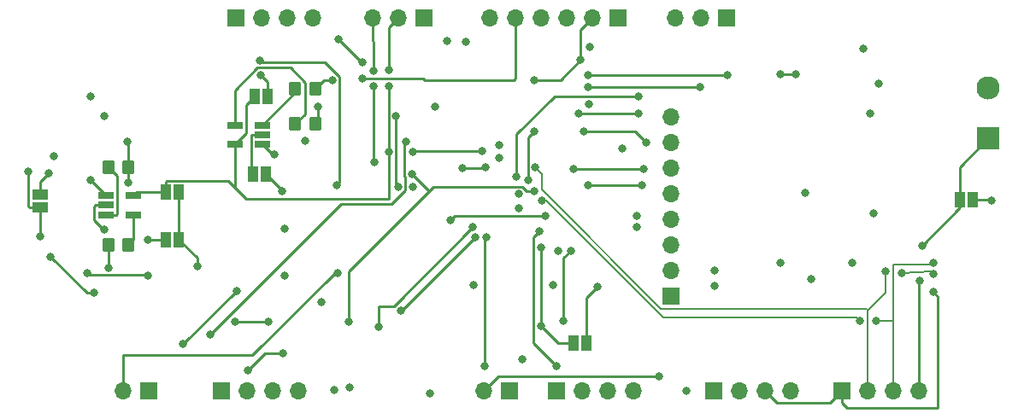
<source format=gbr>
%TF.GenerationSoftware,KiCad,Pcbnew,7.0.2-0*%
%TF.CreationDate,2024-03-04T00:44:33-08:00*%
%TF.ProjectId,EE156_4_Layer,45453135-365f-4345-9f4c-617965722e6b,rev?*%
%TF.SameCoordinates,Original*%
%TF.FileFunction,Copper,L4,Bot*%
%TF.FilePolarity,Positive*%
%FSLAX46Y46*%
G04 Gerber Fmt 4.6, Leading zero omitted, Abs format (unit mm)*
G04 Created by KiCad (PCBNEW 7.0.2-0) date 2024-03-04 00:44:33*
%MOMM*%
%LPD*%
G01*
G04 APERTURE LIST*
G04 Aperture macros list*
%AMRoundRect*
0 Rectangle with rounded corners*
0 $1 Rounding radius*
0 $2 $3 $4 $5 $6 $7 $8 $9 X,Y pos of 4 corners*
0 Add a 4 corners polygon primitive as box body*
4,1,4,$2,$3,$4,$5,$6,$7,$8,$9,$2,$3,0*
0 Add four circle primitives for the rounded corners*
1,1,$1+$1,$2,$3*
1,1,$1+$1,$4,$5*
1,1,$1+$1,$6,$7*
1,1,$1+$1,$8,$9*
0 Add four rect primitives between the rounded corners*
20,1,$1+$1,$2,$3,$4,$5,0*
20,1,$1+$1,$4,$5,$6,$7,0*
20,1,$1+$1,$6,$7,$8,$9,0*
20,1,$1+$1,$8,$9,$2,$3,0*%
G04 Aperture macros list end*
%TA.AperFunction,ComponentPad*%
%ADD10R,1.700000X1.700000*%
%TD*%
%TA.AperFunction,ComponentPad*%
%ADD11O,1.700000X1.700000*%
%TD*%
%TA.AperFunction,SMDPad,CuDef*%
%ADD12R,1.560000X0.650000*%
%TD*%
%TA.AperFunction,SMDPad,CuDef*%
%ADD13RoundRect,0.250000X-0.350000X-0.450000X0.350000X-0.450000X0.350000X0.450000X-0.350000X0.450000X0*%
%TD*%
%TA.AperFunction,SMDPad,CuDef*%
%ADD14RoundRect,0.250000X0.350000X0.450000X-0.350000X0.450000X-0.350000X-0.450000X0.350000X-0.450000X0*%
%TD*%
%TA.AperFunction,SMDPad,CuDef*%
%ADD15R,1.000000X1.500000*%
%TD*%
%TA.AperFunction,SMDPad,CuDef*%
%ADD16R,1.500000X1.000000*%
%TD*%
%TA.AperFunction,ComponentPad*%
%ADD17C,2.300000*%
%TD*%
%TA.AperFunction,ComponentPad*%
%ADD18R,2.300000X2.300000*%
%TD*%
%TA.AperFunction,ViaPad*%
%ADD19C,0.800000*%
%TD*%
%TA.AperFunction,Conductor*%
%ADD20C,0.250000*%
%TD*%
%TA.AperFunction,Conductor*%
%ADD21C,0.200000*%
%TD*%
G04 APERTURE END LIST*
D10*
%TO.P,J16,1,Pin_1*%
%TO.N,GND*%
X219750000Y-116790000D03*
D11*
%TO.P,J16,2,Pin_2*%
%TO.N,3.3V*%
X219750000Y-114250000D03*
%TO.P,J16,3,Pin_3*%
%TO.N,unconnected-(J16-Pin_3-Pad3)*%
X219750000Y-111710000D03*
%TO.P,J16,4,Pin_4*%
%TO.N,D5*%
X219750000Y-109170000D03*
%TO.P,J16,5,Pin_5*%
%TO.N,D9*%
X219750000Y-106630000D03*
%TO.P,J16,6,Pin_6*%
%TO.N,D6*%
X219750000Y-104090000D03*
%TO.P,J16,7,Pin_7*%
%TO.N,SCK*%
X219750000Y-101550000D03*
%TO.P,J16,8,Pin_8*%
%TO.N,MOSI*%
X219750000Y-99010000D03*
%TD*%
D12*
%TO.P,U7,5,VCC*%
%TO.N,Net-(U7-VCC)*%
X166500000Y-108750000D03*
%TO.P,U7,4*%
%TO.N,MISO*%
X166500000Y-106850000D03*
%TO.P,U7,3,GND*%
%TO.N,GND*%
X163800000Y-106850000D03*
%TO.P,U7,2*%
%TO.N,Net-(JP7-B)*%
X163800000Y-107800000D03*
%TO.P,U7,1*%
%TO.N,Net-(R24-Pad1)*%
X163800000Y-108750000D03*
%TD*%
%TO.P,U5,5,VCC*%
%TO.N,Net-(U5-VCC)*%
X176550000Y-99850000D03*
%TO.P,U5,4*%
%TO.N,MISO*%
X176550000Y-101750000D03*
%TO.P,U5,3,GND*%
%TO.N,GND*%
X179250000Y-101750000D03*
%TO.P,U5,2*%
%TO.N,Net-(JP4-B)*%
X179250000Y-100800000D03*
%TO.P,U5,1*%
%TO.N,Net-(R20-Pad1)*%
X179250000Y-99850000D03*
%TD*%
D13*
%TO.P,R24,2*%
%TO.N,D13*%
X166000000Y-104000000D03*
%TO.P,R24,1*%
%TO.N,Net-(R24-Pad1)*%
X164000000Y-104000000D03*
%TD*%
D14*
%TO.P,R23,2*%
%TO.N,3.3V*%
X164000000Y-111750000D03*
%TO.P,R23,1*%
%TO.N,Net-(U7-VCC)*%
X166000000Y-111750000D03*
%TD*%
D13*
%TO.P,R20,2*%
%TO.N,D12*%
X184500000Y-96250000D03*
%TO.P,R20,1*%
%TO.N,Net-(R20-Pad1)*%
X182500000Y-96250000D03*
%TD*%
%TO.P,R19,2*%
%TO.N,3.3V*%
X184500000Y-99750000D03*
%TO.P,R19,1*%
%TO.N,Net-(U5-VCC)*%
X182500000Y-99750000D03*
%TD*%
D15*
%TO.P,JP7,1,A*%
%TO.N,SD_MISO*%
X171000000Y-111250000D03*
%TO.P,JP7,2,B*%
%TO.N,Net-(JP7-B)*%
X169700000Y-111250000D03*
%TD*%
%TO.P,JP6,2,B*%
%TO.N,MISO*%
X169700000Y-106500000D03*
%TO.P,JP6,1,A*%
%TO.N,SD_MISO*%
X171000000Y-106500000D03*
%TD*%
D16*
%TO.P,JP5,1,A*%
%TO.N,GND*%
X157250000Y-106750000D03*
%TO.P,JP5,2,B*%
%TO.N,Net-(J14-SHLD)*%
X157250000Y-108050000D03*
%TD*%
D15*
%TO.P,JP4,2,B*%
%TO.N,Net-(JP4-B)*%
X178350000Y-104750000D03*
%TO.P,JP4,1,A*%
%TO.N,BME_MISO*%
X179650000Y-104750000D03*
%TD*%
%TO.P,JP3,2,B*%
%TO.N,MISO*%
X178500000Y-97000000D03*
%TO.P,JP3,1,A*%
%TO.N,BME_MISO*%
X179800000Y-97000000D03*
%TD*%
%TO.P,JP2,2,B*%
%TO.N,GND*%
X248350000Y-107250000D03*
%TO.P,JP2,1,A*%
%TO.N,Net-(JP2-A)*%
X249650000Y-107250000D03*
%TD*%
%TO.P,JP1,2,B*%
%TO.N,AREF*%
X210100000Y-121500000D03*
%TO.P,JP1,1,A*%
%TO.N,3.3V*%
X211400000Y-121500000D03*
%TD*%
D11*
%TO.P,J15,4,Pin_4*%
%TO.N,BME_CSB*%
X184250000Y-89250000D03*
%TO.P,J15,3,Pin_3*%
%TO.N,BME_SDI*%
X181710000Y-89250000D03*
%TO.P,J15,2,Pin_2*%
%TO.N,BME_SCK*%
X179170000Y-89250000D03*
D10*
%TO.P,J15,1,Pin_1*%
%TO.N,BME_SDO*%
X176630000Y-89250000D03*
%TD*%
D17*
%TO.P,J13,2*%
%TO.N,V_BATT*%
X251200000Y-96200000D03*
D18*
%TO.P,J13,1*%
%TO.N,GND*%
X251200000Y-101200000D03*
%TD*%
D11*
%TO.P,J12,4,Pin_4*%
%TO.N,ID*%
X244330000Y-126250000D03*
%TO.P,J12,3,Pin_3*%
%TO.N,D-*%
X241790000Y-126250000D03*
%TO.P,J12,2,Pin_2*%
%TO.N,D+*%
X239250000Y-126250000D03*
D10*
%TO.P,J12,1,Pin_1*%
%TO.N,V_USB*%
X236710000Y-126250000D03*
%TD*%
D11*
%TO.P,J11,4,Pin_4*%
%TO.N,GND*%
X231580000Y-126250000D03*
%TO.P,J11,3,Pin_3*%
%TO.N,V_USB*%
X229040000Y-126250000D03*
%TO.P,J11,2,Pin_2*%
%TO.N,V_BATT*%
X226500000Y-126250000D03*
D10*
%TO.P,J11,1,Pin_1*%
%TO.N,3.3V*%
X223960000Y-126250000D03*
%TD*%
D11*
%TO.P,J8,4,Pin_4*%
%TO.N,GND*%
X182870000Y-126250000D03*
%TO.P,J8,3,Pin_3*%
%TO.N,SWCLK*%
X180330000Y-126250000D03*
%TO.P,J8,2,Pin_2*%
%TO.N,SWDIO*%
X177790000Y-126250000D03*
D10*
%TO.P,J8,1,Pin_1*%
%TO.N,3.3V*%
X175250000Y-126250000D03*
%TD*%
D11*
%TO.P,J7,6,Pin_6*%
%TO.N,D13*%
X201800000Y-89250000D03*
%TO.P,J7,5,Pin_5*%
%TO.N,D12*%
X204340000Y-89250000D03*
%TO.P,J7,4,Pin_4*%
%TO.N,D11*%
X206880000Y-89250000D03*
%TO.P,J7,3,Pin_3*%
%TO.N,D10*%
X209420000Y-89250000D03*
%TO.P,J7,2,Pin_2*%
%TO.N,D8_Pix*%
X211960000Y-89250000D03*
D10*
%TO.P,J7,1,Pin_1*%
%TO.N,D4*%
X214500000Y-89250000D03*
%TD*%
D11*
%TO.P,J6,2,Pin_2*%
%TO.N,V_DIV*%
X201210000Y-126250000D03*
D10*
%TO.P,J6,1,Pin_1*%
%TO.N,AREF*%
X203750000Y-126250000D03*
%TD*%
D11*
%TO.P,J5,4,Pin_4*%
%TO.N,A5*%
X216000000Y-126250000D03*
%TO.P,J5,3,Pin_3*%
%TO.N,A4*%
X213460000Y-126250000D03*
%TO.P,J5,2,Pin_2*%
%TO.N,A1*%
X210920000Y-126250000D03*
D10*
%TO.P,J5,1,Pin_1*%
%TO.N,A0*%
X208380000Y-126250000D03*
%TD*%
%TO.P,J3,1,Pin_1*%
%TO.N,RX_D0*%
X225250000Y-89250000D03*
D11*
%TO.P,J3,2,Pin_2*%
%TO.N,TX_D1*%
X222710000Y-89250000D03*
%TO.P,J3,3,Pin_3*%
%TO.N,GND*%
X220170000Y-89250000D03*
%TD*%
%TO.P,J2,3,Pin_3*%
%TO.N,SCK*%
X190195000Y-89250000D03*
%TO.P,J2,2,Pin_2*%
%TO.N,MISO*%
X192735000Y-89250000D03*
D10*
%TO.P,J2,1,Pin_1*%
%TO.N,MOSI*%
X195275000Y-89250000D03*
%TD*%
D11*
%TO.P,J1,2,Pin_2*%
%TO.N,SCL*%
X165500000Y-126250000D03*
D10*
%TO.P,J1,1,Pin_1*%
%TO.N,SDA*%
X168040000Y-126250000D03*
%TD*%
D19*
%TO.N,SDA*%
X171400000Y-121600000D03*
X176700000Y-116300000D03*
%TO.N,GND*%
X237700000Y-113500000D03*
%TO.N,V_BATT*%
X230600000Y-94800000D03*
X232100000Y-94800000D03*
%TO.N,GND*%
X239500000Y-98700000D03*
X240300000Y-95700000D03*
X238800000Y-92300000D03*
%TO.N,3.3V*%
X211600000Y-97800000D03*
X204700000Y-108100000D03*
%TO.N,GND*%
X204700000Y-106700000D03*
%TO.N,D8_Pix*%
X206200000Y-100500000D03*
X205600000Y-105300000D03*
X206200000Y-95400000D03*
X210800000Y-93400000D03*
%TO.N,MOSI*%
X174100000Y-120600000D03*
X193500000Y-101500000D03*
%TO.N,SCK*%
X187800000Y-119400000D03*
X176600000Y-119400000D03*
X179900000Y-119400000D03*
%TO.N,SD_MISO*%
X172800000Y-113900000D03*
%TO.N,Net-(J14-SCLK)*%
X167900000Y-114800000D03*
X161900000Y-114500000D03*
%TO.N,3.3V*%
X158600000Y-102900000D03*
%TO.N,Net-(J14-DATA_IN)*%
X162600000Y-116500000D03*
X158300000Y-112900000D03*
%TO.N,Net-(J14-SHLD)*%
X156100000Y-104500000D03*
%TO.N,3.3V*%
X162275000Y-97000000D03*
%TO.N,GND*%
X163600000Y-99000000D03*
X158100000Y-104600000D03*
%TO.N,Net-(J14-SHLD)*%
X157300000Y-110900000D03*
%TO.N,D13*%
X166000000Y-105600000D03*
%TO.N,Net-(JP7-B)*%
X167900000Y-111200000D03*
X163600000Y-110200000D03*
%TO.N,D13*%
X165900000Y-101500000D03*
%TO.N,GND*%
X162300000Y-105300000D03*
%TO.N,3.3V*%
X164000000Y-114000000D03*
X187900000Y-125900000D03*
%TO.N,SCL*%
X197900000Y-109300000D03*
X207300000Y-108900000D03*
X186700000Y-114500000D03*
%TO.N,GND*%
X181500000Y-114800000D03*
%TO.N,3.3V*%
X181500000Y-110100000D03*
X185100000Y-117400000D03*
%TO.N,MISO*%
X194200000Y-102500000D03*
X191800000Y-102500000D03*
%TO.N,BME_SDI*%
X192700000Y-106000000D03*
X192525000Y-98975000D03*
%TO.N,BME_CSB*%
X189200000Y-93600000D03*
X186800000Y-91300000D03*
%TO.N,MISO*%
X191800000Y-96000000D03*
X191800000Y-94400000D03*
%TO.N,D12*%
X189200000Y-95200000D03*
%TO.N,SCK*%
X190300000Y-94500000D03*
X190300000Y-96000000D03*
%TO.N,BME_SCK*%
X179038032Y-93450500D03*
X186600000Y-105800000D03*
%TO.N,BME_MISO*%
X179100000Y-94900000D03*
%TO.N,SCK*%
X190400000Y-103500000D03*
%TO.N,MISO*%
X201000000Y-102400000D03*
%TO.N,BME_MISO*%
X181200000Y-106400000D03*
%TO.N,GND*%
X180500000Y-102800000D03*
X183500000Y-101400000D03*
%TO.N,3.3V*%
X184800000Y-98000000D03*
%TO.N,D12*%
X186200000Y-95400000D03*
%TO.N,MOSI*%
X201400000Y-104000000D03*
X199100000Y-104100000D03*
%TO.N,SCK*%
X206224001Y-106397117D03*
X194100000Y-104700000D03*
%TO.N,3.3V*%
X197600000Y-91500000D03*
%TO.N,GND*%
X199400000Y-91600000D03*
X196400000Y-98000000D03*
X194200000Y-106000000D03*
%TO.N,RX_D0*%
X225300000Y-94900000D03*
X211500000Y-94900000D03*
%TO.N,TX_D1*%
X211500000Y-96100000D03*
X222600000Y-96100000D03*
%TO.N,GND*%
X195900000Y-126500000D03*
X186400000Y-126100000D03*
%TO.N,SWDIO*%
X177800000Y-124200000D03*
X181300000Y-122500000D03*
%TO.N,SWCLK*%
X190800000Y-119900000D03*
X200100000Y-110000000D03*
%TO.N,SWDIO*%
X200400000Y-111000000D03*
X193000000Y-118300000D03*
%TO.N,V_DIV*%
X201500000Y-111000000D03*
X201300000Y-123800000D03*
X218600000Y-124800000D03*
%TO.N,GND*%
X205000000Y-123100000D03*
%TO.N,A1*%
X209800000Y-112300000D03*
X209100000Y-119300000D03*
%TO.N,3.3V*%
X208600000Y-112300000D03*
%TO.N,GND*%
X200200000Y-115700000D03*
X208100000Y-115700000D03*
%TO.N,AREF*%
X206900000Y-119800000D03*
X206900000Y-112000000D03*
%TO.N,A0*%
X206673502Y-110400000D03*
X208400000Y-123800000D03*
%TO.N,3.3V*%
X221300000Y-126200000D03*
X233600000Y-115100000D03*
%TO.N,GND*%
X230600000Y-113500000D03*
X233000000Y-106600000D03*
%TO.N,3.3V*%
X239800000Y-108600000D03*
%TO.N,V_USB*%
X245700000Y-116400000D03*
%TO.N,Net-(JP2-A)*%
X251500000Y-107300000D03*
%TO.N,GND*%
X244600000Y-111800000D03*
%TO.N,ID*%
X244400000Y-115300000D03*
%TO.N,D+*%
X245700000Y-114600000D03*
X242600000Y-114500000D03*
X241000000Y-114400000D03*
%TO.N,D-*%
X245700000Y-113500000D03*
X206948501Y-107300000D03*
X238500000Y-119300000D03*
X240100000Y-119300000D03*
%TO.N,3.3V*%
X212500000Y-115900000D03*
%TO.N,GND*%
X224100000Y-115800000D03*
%TO.N,3.3V*%
X224100000Y-114300000D03*
%TO.N,D5*%
X211500000Y-105800000D03*
X216900000Y-105800000D03*
%TO.N,D9*%
X210100000Y-104200000D03*
X217000000Y-104200000D03*
%TO.N,MOSI*%
X204451789Y-104983930D03*
X216500000Y-97000000D03*
%TO.N,D6*%
X210600000Y-98700000D03*
X216500000Y-98700000D03*
%TO.N,SCK*%
X217300000Y-101600000D03*
X211100000Y-100500000D03*
%TO.N,GND*%
X211700000Y-92100000D03*
X216400000Y-108900000D03*
%TO.N,3.3V*%
X216400000Y-110000000D03*
%TO.N,D+*%
X206323719Y-104080062D03*
%TO.N,GND*%
X202700000Y-101800000D03*
%TO.N,3.3V*%
X202700000Y-103100000D03*
%TO.N,GND*%
X214900000Y-102200000D03*
%TD*%
D20*
%TO.N,SDA*%
X171400000Y-121600000D02*
X176700000Y-116300000D01*
%TO.N,V_USB*%
X229040000Y-126250000D02*
X230215000Y-127425000D01*
X230215000Y-127425000D02*
X235535000Y-127425000D01*
X235535000Y-127425000D02*
X236710000Y-126250000D01*
X236710000Y-126250000D02*
X236710000Y-127410000D01*
X236710000Y-127410000D02*
X237200000Y-127900000D01*
%TO.N,V_BATT*%
X232100000Y-94800000D02*
X230600000Y-94800000D01*
%TO.N,SCK*%
X205421715Y-106397117D02*
X206224001Y-106397117D01*
X205000098Y-105975500D02*
X205421715Y-106397117D01*
X195800000Y-106400000D02*
X196224500Y-105975500D01*
X196224500Y-105975500D02*
X205000098Y-105975500D01*
%TO.N,D8_Pix*%
X211960000Y-89250000D02*
X210800000Y-90410000D01*
X210800000Y-90410000D02*
X210800000Y-93400000D01*
D21*
%TO.N,D+*%
X206923501Y-106263501D02*
X206923501Y-104679844D01*
%TO.N,D-*%
X238100000Y-118900000D02*
X218994314Y-118900000D01*
%TO.N,D+*%
X239250000Y-118250000D02*
X239100000Y-118100000D01*
D20*
%TO.N,A0*%
X206100000Y-110973502D02*
X206673502Y-110400000D01*
D21*
%TO.N,D-*%
X218994314Y-118900000D02*
X207394314Y-107300000D01*
D20*
%TO.N,MOSI*%
X216500000Y-97000000D02*
X208200000Y-97000000D01*
D21*
%TO.N,D-*%
X238500000Y-119300000D02*
X238100000Y-118900000D01*
X207394314Y-107300000D02*
X206948501Y-107300000D01*
D20*
%TO.N,D8_Pix*%
X205600000Y-105300000D02*
X205599219Y-105299219D01*
D21*
%TO.N,D+*%
X218760000Y-118100000D02*
X206923501Y-106263501D01*
D20*
%TO.N,A0*%
X208400000Y-123800000D02*
X206100000Y-121500000D01*
D21*
%TO.N,D+*%
X239100000Y-118100000D02*
X218760000Y-118100000D01*
D20*
%TO.N,MOSI*%
X204451789Y-100748211D02*
X204451789Y-104983930D01*
X208200000Y-97000000D02*
X204451789Y-100748211D01*
%TO.N,D8_Pix*%
X206200000Y-95400000D02*
X208800000Y-95400000D01*
D21*
%TO.N,D+*%
X206923501Y-104679844D02*
X206323719Y-104080062D01*
D20*
%TO.N,D8_Pix*%
X205599219Y-105299219D02*
X205599219Y-101100781D01*
X205599219Y-101100781D02*
X206200000Y-100500000D01*
X208800000Y-95400000D02*
X210800000Y-93400000D01*
%TO.N,A0*%
X206100000Y-121500000D02*
X206100000Y-110973502D01*
%TO.N,MOSI*%
X174100000Y-120600000D02*
X187050000Y-107650000D01*
X193425000Y-105050305D02*
X193300000Y-104925305D01*
X187050000Y-107650000D02*
X192075305Y-107650000D01*
X192075305Y-107650000D02*
X193425000Y-106300305D01*
X193300000Y-104925305D02*
X193300000Y-101700000D01*
X193425000Y-106300305D02*
X193425000Y-105050305D01*
X193300000Y-101700000D02*
X193500000Y-101500000D01*
%TO.N,SCK*%
X187800000Y-119400000D02*
X187800000Y-114400000D01*
X176600000Y-119400000D02*
X179900000Y-119400000D01*
X187800000Y-114400000D02*
X195800000Y-106400000D01*
%TO.N,SD_MISO*%
X172800000Y-113900000D02*
X172800000Y-113050000D01*
X172800000Y-113050000D02*
X171000000Y-111250000D01*
%TO.N,Net-(J14-SCLK)*%
X167825000Y-114725000D02*
X167900000Y-114800000D01*
X162125000Y-114725000D02*
X167825000Y-114725000D01*
X161900000Y-114500000D02*
X162125000Y-114725000D01*
%TO.N,Net-(J14-DATA_IN)*%
X158300000Y-112900000D02*
X161900000Y-116500000D01*
X161900000Y-116500000D02*
X162600000Y-116500000D01*
%TO.N,Net-(J14-SHLD)*%
X156100000Y-104500000D02*
X156100000Y-107900000D01*
X156100000Y-107900000D02*
X156250000Y-108050000D01*
X156250000Y-108050000D02*
X157250000Y-108050000D01*
%TO.N,GND*%
X157250000Y-105450000D02*
X158100000Y-104600000D01*
X157250000Y-106750000D02*
X157250000Y-105450000D01*
%TO.N,Net-(J14-SHLD)*%
X157300000Y-110900000D02*
X157250000Y-110850000D01*
X157250000Y-110850000D02*
X157250000Y-108050000D01*
%TO.N,D13*%
X166000000Y-105600000D02*
X166000000Y-104000000D01*
%TO.N,Net-(JP7-B)*%
X163800000Y-107800000D02*
X162770000Y-107800000D01*
X162770000Y-107800000D02*
X162600000Y-107970000D01*
X162600000Y-109305000D02*
X163495000Y-110200000D01*
X167900000Y-111200000D02*
X169650000Y-111200000D01*
X163495000Y-110200000D02*
X163600000Y-110200000D01*
X162600000Y-107970000D02*
X162600000Y-109305000D01*
%TO.N,D13*%
X166000000Y-101600000D02*
X165900000Y-101500000D01*
X166000000Y-104000000D02*
X166000000Y-101600000D01*
%TO.N,GND*%
X163800000Y-106800000D02*
X162300000Y-105300000D01*
%TO.N,Net-(R24-Pad1)*%
X163800000Y-108750000D02*
X164830000Y-108750000D01*
X164830000Y-108750000D02*
X164905000Y-108675000D01*
X164905000Y-104905000D02*
X164000000Y-104000000D01*
X164905000Y-108675000D02*
X164905000Y-104905000D01*
%TO.N,3.3V*%
X164000000Y-111750000D02*
X164000000Y-114000000D01*
%TO.N,Net-(U7-VCC)*%
X166500000Y-108750000D02*
X166500000Y-111250000D01*
X166500000Y-111250000D02*
X166000000Y-111750000D01*
%TO.N,SD_MISO*%
X171000000Y-111250000D02*
X171000000Y-106500000D01*
%TO.N,MISO*%
X169700000Y-106500000D02*
X169700000Y-105500000D01*
X169700000Y-105500000D02*
X169775000Y-105425000D01*
X169775000Y-105425000D02*
X175925000Y-105425000D01*
X175925000Y-105425000D02*
X176550000Y-106050000D01*
X169700000Y-106500000D02*
X166850000Y-106500000D01*
X166850000Y-106500000D02*
X166500000Y-106850000D01*
%TO.N,SCL*%
X197900000Y-109300000D02*
X198300000Y-108900000D01*
X198300000Y-108900000D02*
X207300000Y-108900000D01*
X186474695Y-114500000D02*
X178274695Y-122700000D01*
X178274695Y-122700000D02*
X165500000Y-122700000D01*
X186700000Y-114500000D02*
X186474695Y-114500000D01*
X165500000Y-122700000D02*
X165500000Y-126250000D01*
%TO.N,MISO*%
X194300000Y-102400000D02*
X194200000Y-102500000D01*
X201000000Y-102400000D02*
X194300000Y-102400000D01*
X191800000Y-107200000D02*
X191800000Y-102500000D01*
X191800000Y-102500000D02*
X191800000Y-96000000D01*
%TO.N,BME_SDI*%
X192525000Y-105825000D02*
X192700000Y-106000000D01*
X192525000Y-98975000D02*
X192525000Y-105825000D01*
%TO.N,BME_CSB*%
X189100000Y-93600000D02*
X189200000Y-93600000D01*
X186800000Y-91300000D02*
X189100000Y-93600000D01*
%TO.N,D12*%
X189200000Y-95200000D02*
X189225000Y-95225000D01*
X189225000Y-95225000D02*
X195225000Y-95225000D01*
X195225000Y-95225000D02*
X195400000Y-95400000D01*
%TO.N,MISO*%
X191800000Y-90185000D02*
X191800000Y-94400000D01*
%TO.N,SCK*%
X190300000Y-96000000D02*
X190300000Y-103400000D01*
X190300000Y-103400000D02*
X190400000Y-103500000D01*
X190195000Y-91505000D02*
X190300000Y-91610000D01*
X190300000Y-91610000D02*
X190300000Y-94500000D01*
X190195000Y-89250000D02*
X190195000Y-91505000D01*
%TO.N,BME_SCK*%
X185425305Y-93600000D02*
X179000000Y-93600000D01*
X186925000Y-95099695D02*
X185425305Y-93600000D01*
X186925000Y-105475000D02*
X186925000Y-95099695D01*
X186600000Y-105800000D02*
X186925000Y-105475000D01*
X179000000Y-93600000D02*
X179000000Y-93488532D01*
X179000000Y-93488532D02*
X179038032Y-93450500D01*
%TO.N,D12*%
X186200000Y-95400000D02*
X185350000Y-95400000D01*
X185350000Y-95400000D02*
X184500000Y-96250000D01*
%TO.N,Net-(U5-VCC)*%
X176550000Y-99850000D02*
X176550000Y-96424695D01*
X176550000Y-96424695D02*
X178799695Y-94175000D01*
X178799695Y-94175000D02*
X182038173Y-94175000D01*
X182038173Y-94175000D02*
X183500000Y-95636827D01*
X183500000Y-95636827D02*
X183500000Y-98750000D01*
X183500000Y-98750000D02*
X182500000Y-99750000D01*
%TO.N,MISO*%
X178500000Y-97000000D02*
X177655000Y-97845000D01*
X177655000Y-97845000D02*
X177655000Y-100645000D01*
X177655000Y-100645000D02*
X176550000Y-101750000D01*
%TO.N,BME_MISO*%
X179800000Y-95600000D02*
X179100000Y-94900000D01*
X179800000Y-97000000D02*
X179800000Y-95600000D01*
%TO.N,Net-(R20-Pad1)*%
X182500000Y-96600000D02*
X179250000Y-99850000D01*
%TO.N,MISO*%
X191800000Y-90185000D02*
X192735000Y-89250000D01*
X177700000Y-107200000D02*
X191800000Y-107200000D01*
X176550000Y-101750000D02*
X176550000Y-106050000D01*
X176550000Y-106050000D02*
X177700000Y-107200000D01*
%TO.N,Net-(JP4-B)*%
X178145000Y-104545000D02*
X178145000Y-100855000D01*
X178145000Y-100855000D02*
X178200000Y-100800000D01*
X178200000Y-100800000D02*
X179250000Y-100800000D01*
%TO.N,BME_MISO*%
X181200000Y-106400000D02*
X181200000Y-106300000D01*
X181200000Y-106300000D02*
X179650000Y-104750000D01*
%TO.N,GND*%
X180500000Y-102800000D02*
X180300000Y-102800000D01*
X180300000Y-102800000D02*
X179250000Y-101750000D01*
%TO.N,3.3V*%
X184800000Y-98000000D02*
X184800000Y-99450000D01*
%TO.N,D12*%
X195400000Y-95400000D02*
X204200000Y-95400000D01*
X204200000Y-95400000D02*
X204340000Y-95260000D01*
X204340000Y-95260000D02*
X204340000Y-89250000D01*
%TO.N,MOSI*%
X201300000Y-104100000D02*
X201400000Y-104000000D01*
X199100000Y-104100000D02*
X201300000Y-104100000D01*
%TO.N,SCK*%
X194100000Y-104700000D02*
X195800000Y-106400000D01*
%TO.N,RX_D0*%
X211500000Y-94900000D02*
X225300000Y-94900000D01*
%TO.N,TX_D1*%
X211500000Y-96100000D02*
X222600000Y-96100000D01*
%TO.N,SWDIO*%
X181300000Y-122500000D02*
X179500000Y-122500000D01*
X179500000Y-122500000D02*
X177800000Y-124200000D01*
%TO.N,SWCLK*%
X190800000Y-117800000D02*
X190800000Y-119900000D01*
X192300000Y-117800000D02*
X190800000Y-117800000D01*
X200100000Y-110000000D02*
X192300000Y-117800000D01*
%TO.N,SWDIO*%
X200400000Y-111000000D02*
X193100000Y-118300000D01*
X193100000Y-118300000D02*
X193000000Y-118300000D01*
%TO.N,V_DIV*%
X201300000Y-111200000D02*
X201500000Y-111000000D01*
X201300000Y-123800000D02*
X201300000Y-111200000D01*
X218600000Y-124800000D02*
X202660000Y-124800000D01*
X202660000Y-124800000D02*
X201210000Y-126250000D01*
%TO.N,3.3V*%
X211400000Y-121500000D02*
X211400000Y-117000000D01*
X211400000Y-117000000D02*
X212500000Y-115900000D01*
%TO.N,A1*%
X209100000Y-113000000D02*
X209800000Y-112300000D01*
X209100000Y-119300000D02*
X209100000Y-113000000D01*
%TO.N,AREF*%
X206900000Y-119800000D02*
X208600000Y-121500000D01*
X208600000Y-121500000D02*
X210100000Y-121500000D01*
X206900000Y-112000000D02*
X206900000Y-119800000D01*
%TO.N,V_USB*%
X246200000Y-127900000D02*
X246200000Y-116900000D01*
X246200000Y-116900000D02*
X245700000Y-116400000D01*
X237200000Y-127900000D02*
X246200000Y-127900000D01*
%TO.N,GND*%
X244600000Y-111800000D02*
X248350000Y-108050000D01*
X248350000Y-108050000D02*
X248350000Y-107250000D01*
X248350000Y-104050000D02*
X251200000Y-101200000D01*
X248350000Y-107250000D02*
X248350000Y-104050000D01*
%TO.N,Net-(JP2-A)*%
X251450000Y-107250000D02*
X251500000Y-107300000D01*
X249650000Y-107250000D02*
X251450000Y-107250000D01*
%TO.N,ID*%
X244400000Y-115300000D02*
X244330000Y-115370000D01*
X244330000Y-115370000D02*
X244330000Y-126250000D01*
D21*
%TO.N,D+*%
X242600000Y-114500000D02*
X245500000Y-114400000D01*
X245500000Y-114400000D02*
X245700000Y-114600000D01*
X241000000Y-116500000D02*
X241000000Y-114400000D01*
X239250000Y-118250000D02*
X241000000Y-116500000D01*
%TO.N,D-*%
X241790000Y-119310000D02*
X241790000Y-113710000D01*
X241800000Y-113700000D02*
X245500000Y-113700000D01*
X241790000Y-113710000D02*
X241800000Y-113700000D01*
X245500000Y-113700000D02*
X245700000Y-113500000D01*
X241790000Y-119310000D02*
X241790000Y-126250000D01*
X240100000Y-119300000D02*
X241800000Y-119300000D01*
X241800000Y-119300000D02*
X241790000Y-119310000D01*
%TO.N,D+*%
X239250000Y-118250000D02*
X239250000Y-126250000D01*
D20*
%TO.N,D5*%
X216900000Y-105800000D02*
X211500000Y-105800000D01*
%TO.N,D9*%
X217000000Y-104200000D02*
X210100000Y-104200000D01*
%TO.N,D6*%
X216500000Y-98700000D02*
X210600000Y-98700000D01*
%TO.N,SCK*%
X217175000Y-101475000D02*
X216200000Y-100500000D01*
X216200000Y-100500000D02*
X211100000Y-100500000D01*
X217300000Y-101600000D02*
X217175000Y-101475000D01*
%TD*%
M02*

</source>
